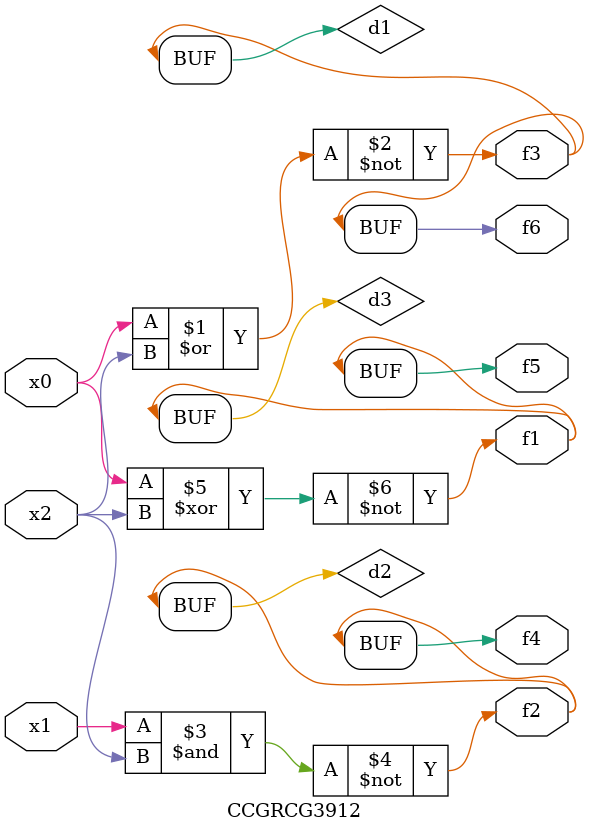
<source format=v>
module CCGRCG3912(
	input x0, x1, x2,
	output f1, f2, f3, f4, f5, f6
);

	wire d1, d2, d3;

	nor (d1, x0, x2);
	nand (d2, x1, x2);
	xnor (d3, x0, x2);
	assign f1 = d3;
	assign f2 = d2;
	assign f3 = d1;
	assign f4 = d2;
	assign f5 = d3;
	assign f6 = d1;
endmodule

</source>
